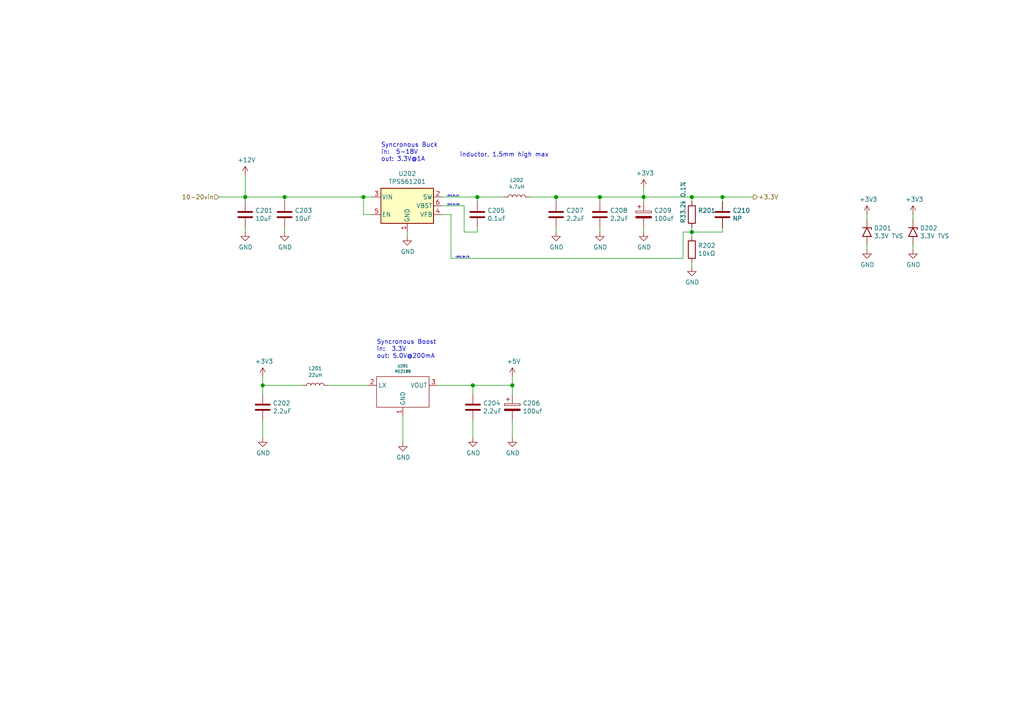
<source format=kicad_sch>
(kicad_sch (version 20210621) (generator eeschema)
  (paper "A4")
  (title_block (title "Moxie-Drive 24, vesc compatable motor controller") (date "2020-07-01") (rev "1.0") (company "Marshall Scholz"))
  (lib_symbols
    (symbol "24_control_board-rescue:C-Device-MoxiE_Control_board-rescue" (pin_numbers hide) (pin_names (offset 0.254))
      (property "Reference" "C" (at 0.635 2.54 0))
      (property "Value" "C-Device-MoxiE_Control_board-rescue" (at 0.635 -2.54 0))
      (symbol "C-Device-MoxiE_Control_board-rescue_0_1"
        (polyline (pts (xy -2.032 -0.762) (xy 2.032 -0.762)) (stroke (width 0.508)))
        (polyline (pts (xy -2.032 0.762) (xy 2.032 0.762)) (stroke (width 0.508)))
      )
      (symbol "C-Device-MoxiE_Control_board-rescue_1_1"
        (pin passive line (at 0 3.81 270) (length 2.794) (name "~") (number "1"))
        (pin passive line (at 0 -3.81 90) (length 2.794) (name "~") (number "2"))
      )
    )
    (symbol "24_control_board-rescue:CP-Device-MoxiE_Control_board-rescue" (pin_numbers hide) (pin_names (offset 0.254))
      (property "Reference" "C" (at 0.635 2.54 0))
      (property "Value" "CP-Device-MoxiE_Control_board-rescue" (at 0.635 -2.54 0))
      (symbol "CP-Device-MoxiE_Control_board-rescue_0_1"
        (rectangle (start -2.286 0.508) (end -2.286 1.016))
        (rectangle (start -2.286 0.508) (end 2.286 0.508))
        (rectangle (start 2.286 1.016) (end -2.286 1.016))
        (rectangle (start 2.286 1.016) (end 2.286 0.508))
        (rectangle (start 2.286 -0.508) (end -2.286 -1.016) (fill (type outline)))
        (polyline (pts (xy -1.778 2.286) (xy -0.762 2.286)))
        (polyline (pts (xy -1.27 2.794) (xy -1.27 1.778)))
      )
      (symbol "CP-Device-MoxiE_Control_board-rescue_1_1"
        (pin passive line (at 0 3.81 270) (length 2.794) (name "~") (number "1"))
        (pin passive line (at 0 -3.81 90) (length 2.794) (name "~") (number "2"))
      )
    )
    (symbol "24_control_board-rescue:GND-power-MoxiE_Control_board-rescue" (power) (pin_names (offset 0))
      (property "Value" "GND-power-MoxiE_Control_board-rescue" (at 0 -3.81 0))
      (symbol "GND-power-MoxiE_Control_board-rescue_0_1"
        (polyline (pts (xy 0 0) (xy 0 -1.27) (xy 1.27 -1.27) (xy 0 -2.54) (xy -1.27 -1.27) (xy 0 -1.27)))
      )
      (symbol "GND-power-MoxiE_Control_board-rescue_1_1"
        (pin power_in line (at 0 0 270) (length 0) hide (name "GND") (number "1"))
      )
    )
    (symbol "24_control_board-rescue:R-Device-MoxiE_Control_board-rescue" (pin_numbers hide) (pin_names (offset 0))
      (property "Reference" "R" (at 2.032 0 90))
      (property "Value" "R-Device-MoxiE_Control_board-rescue" (at 0 0 90))
      (symbol "R-Device-MoxiE_Control_board-rescue_0_1"
        (rectangle (start -1.016 -2.54) (end 1.016 2.54) (stroke (width 0.254)))
      )
      (symbol "R-Device-MoxiE_Control_board-rescue_1_1"
        (pin passive line (at 0 3.81 270) (length 1.27) (name "~") (number "1"))
        (pin passive line (at 0 -3.81 90) (length 1.27) (name "~") (number "2"))
      )
    )
    (symbol "24_control_board-rescue:TPS563200-Regulator_Switching-MoxiE_Control_board-rescue" (pin_names (offset 0.254))
      (property "Reference" "U" (at -7.62 6.35 0))
      (property "Value" "TPS563200-Regulator_Switching-MoxiE_Control_board-rescue" (at -2.54 6.35 0))
      (symbol "TPS563200-Regulator_Switching-MoxiE_Control_board-rescue_0_1"
        (rectangle (start -7.62 5.08) (end 7.62 -5.08) (stroke (width 0.254)) (fill (type background)))
      )
      (symbol "TPS563200-Regulator_Switching-MoxiE_Control_board-rescue_1_1"
        (pin power_in line (at 0 -7.62 90) (length 2.54) (name "GND") (number "1"))
        (pin output line (at 10.16 2.54 180) (length 2.54) (name "SW") (number "2"))
        (pin power_in line (at -10.16 2.54 0) (length 2.54) (name "VIN") (number "3"))
        (pin input line (at 10.16 -2.54 180) (length 2.54) (name "VFB") (number "4"))
        (pin input line (at -10.16 -2.54 0) (length 2.54) (name "EN") (number "5"))
        (pin input line (at 10.16 0 180) (length 2.54) (name "VBST") (number "6"))
      )
    )
    (symbol "Device:L" (pin_numbers hide) (pin_names hide)
      (property "Reference" "L" (at -1.27 0 90))
      (property "Value" "L" (at 1.905 0 90))
      (symbol "L_0_1"
        (arc (start 0 -2.54) (end 0 -1.27) (radius (at 0 -1.905) (length 0.635) (angles -89.9 89.9)))
        (arc (start 0 -1.27) (end 0 0) (radius (at 0 -0.635) (length 0.635) (angles -89.9 89.9)))
        (arc (start 0 0) (end 0 1.27) (radius (at 0 0.635) (length 0.635) (angles -89.9 89.9)))
        (arc (start 0 1.27) (end 0 2.54) (radius (at 0 1.905) (length 0.635) (angles -89.9 89.9)))
      )
      (symbol "L_1_1"
        (pin passive line (at 0 3.81 270) (length 1.27) (name "1") (number "1"))
        (pin passive line (at 0 -3.81 90) (length 1.27) (name "2") (number "2"))
      )
    )
    (symbol "Diode:1.5KExxA" (pin_numbers hide) (pin_names hide)
      (property "Reference" "D" (at 0 2.54 0))
      (property "Value" "1.5KExxA" (at 0 -2.54 0))
      (symbol "1.5KExxA_0_1"
        (polyline (pts (xy -0.762 1.27) (xy -1.27 1.27) (xy -1.27 -1.27)) (stroke (width 0.254)))
        (polyline (pts (xy 1.27 1.27) (xy 1.27 -1.27) (xy -1.27 0) (xy 1.27 1.27)) (stroke (width 0.254)))
      )
      (symbol "1.5KExxA_1_1"
        (pin passive line (at -3.81 0 0) (length 2.54) (name "A1") (number "1"))
        (pin passive line (at 3.81 0 180) (length 2.54) (name "A2") (number "2"))
      )
    )
    (symbol "MoxiE_drive_symbol_lib:ME2188"
      (property "Reference" "U" (at -1.27 7.62 0))
      (property "Value" "ME2188" (at 0 6.35 0))
      (symbol "ME2188_0_1"
        (rectangle (start 7.62 -3.81) (end -7.62 5.08))
      )
      (symbol "ME2188_1_1"
        (pin power_in line (at 0 -6.35 90) (length 2.54) (name "GND") (number "1"))
        (pin power_in line (at -10.16 2.54 0) (length 2.54) (name "LX") (number "2"))
        (pin power_out line (at 10.16 2.54 180) (length 2.54) (name "VOUT") (number "3"))
      )
    )
    (symbol "power:+12V" (power) (pin_names (offset 0))
      (property "Value" "+12V" (at 0 3.556 0))
      (symbol "+12V_0_1"
        (polyline (pts (xy -0.762 1.27) (xy 0 2.54)))
        (polyline (pts (xy 0 0) (xy 0 2.54)))
        (polyline (pts (xy 0 2.54) (xy 0.762 1.27)))
      )
      (symbol "+12V_1_1"
        (pin power_in line (at 0 0 90) (length 0) hide (name "+12V") (number "1"))
      )
    )
    (symbol "power:+3.3V" (power) (pin_names (offset 0))
      (property "Value" "+3.3V" (at 0 3.556 0))
      (symbol "+3.3V_0_1"
        (polyline (pts (xy -0.762 1.27) (xy 0 2.54)))
        (polyline (pts (xy 0 0) (xy 0 2.54)))
        (polyline (pts (xy 0 2.54) (xy 0.762 1.27)))
      )
      (symbol "+3.3V_1_1"
        (pin power_in line (at 0 0 90) (length 0) hide (name "+3V3") (number "1"))
      )
    )
    (symbol "power:+3V3" (power) (pin_names (offset 0))
      (property "Value" "+3V3" (at 0 3.556 0))
      (symbol "+3V3_0_1"
        (polyline (pts (xy -0.762 1.27) (xy 0 2.54)))
        (polyline (pts (xy 0 0) (xy 0 2.54)))
        (polyline (pts (xy 0 2.54) (xy 0.762 1.27)))
      )
      (symbol "+3V3_1_1"
        (pin power_in line (at 0 0 90) (length 0) hide (name "+3V3") (number "1"))
      )
    )
    (symbol "power:+5V" (power) (pin_names (offset 0))
      (property "Value" "+5V" (at 0 3.556 0))
      (symbol "+5V_0_1"
        (polyline (pts (xy -0.762 1.27) (xy 0 2.54)))
        (polyline (pts (xy 0 0) (xy 0 2.54)))
        (polyline (pts (xy 0 2.54) (xy 0.762 1.27)))
      )
      (symbol "+5V_1_1"
        (pin power_in line (at 0 0 90) (length 0) hide (name "+5V") (number "1"))
      )
    )
    (symbol "power:GND" (power) (pin_names (offset 0))
      (property "Value" "GND" (at 0 -3.81 0))
      (symbol "GND_0_1"
        (polyline (pts (xy 0 0) (xy 0 -1.27) (xy 1.27 -1.27) (xy 0 -2.54) (xy -1.27 -1.27) (xy 0 -1.27)))
      )
      (symbol "GND_1_1"
        (pin power_in line (at 0 0 270) (length 0) hide (name "GND") (number "1"))
      )
    )
  )
  (junction (at 71.12 57.15) (diameter 1.016))
  (junction (at 76.2 111.76) (diameter 1.016))
  (junction (at 82.55 57.15) (diameter 1.016))
  (junction (at 105.41 57.15) (diameter 1.016))
  (junction (at 137.16 111.76) (diameter 1.016))
  (junction (at 138.43 57.15) (diameter 1.016))
  (junction (at 148.59 111.76) (diameter 1.016))
  (junction (at 161.29 57.15) (diameter 1.016))
  (junction (at 173.99 57.15) (diameter 1.016))
  (junction (at 186.69 57.15) (diameter 1.016))
  (junction (at 200.66 57.15) (diameter 1.016))
  (junction (at 200.66 67.31) (diameter 1.016))
  (junction (at 209.55 57.15) (diameter 1.016))
  (wire (pts (xy 63.5 57.15) (xy 71.12 57.15)))
  (wire (pts (xy 71.12 57.15) (xy 71.12 50.8)))
  (wire (pts (xy 71.12 57.15) (xy 71.12 58.42)))
  (wire (pts (xy 71.12 57.15) (xy 82.55 57.15)))
  (wire (pts (xy 71.12 67.31) (xy 71.12 66.04)))
  (wire (pts (xy 76.2 109.22) (xy 76.2 111.76)))
  (wire (pts (xy 76.2 111.76) (xy 76.2 114.3)))
  (wire (pts (xy 76.2 111.76) (xy 87.63 111.76)))
  (wire (pts (xy 76.2 121.92) (xy 76.2 127)))
  (wire (pts (xy 82.55 57.15) (xy 105.41 57.15)))
  (wire (pts (xy 82.55 58.42) (xy 82.55 57.15)))
  (wire (pts (xy 82.55 67.31) (xy 82.55 66.04)))
  (wire (pts (xy 95.25 111.76) (xy 106.68 111.76)))
  (wire (pts (xy 105.41 57.15) (xy 107.95 57.15)))
  (wire (pts (xy 105.41 62.23) (xy 105.41 57.15)))
  (wire (pts (xy 105.41 62.23) (xy 107.95 62.23)))
  (wire (pts (xy 116.84 128.27) (xy 116.84 120.65)))
  (wire (pts (xy 118.11 67.31) (xy 118.11 68.58)))
  (wire (pts (xy 127 111.76) (xy 137.16 111.76)))
  (wire (pts (xy 128.27 57.15) (xy 138.43 57.15)))
  (wire (pts (xy 128.27 62.23) (xy 130.81 62.23)))
  (wire (pts (xy 130.81 62.23) (xy 130.81 74.93)))
  (wire (pts (xy 130.81 74.93) (xy 198.12 74.93)))
  (wire (pts (xy 134.62 59.69) (xy 128.27 59.69)))
  (wire (pts (xy 134.62 67.31) (xy 134.62 59.69)))
  (wire (pts (xy 137.16 111.76) (xy 137.16 114.3)))
  (wire (pts (xy 137.16 121.92) (xy 137.16 127)))
  (wire (pts (xy 138.43 57.15) (xy 146.05 57.15)))
  (wire (pts (xy 138.43 58.42) (xy 138.43 57.15)))
  (wire (pts (xy 138.43 66.04) (xy 138.43 67.31)))
  (wire (pts (xy 138.43 67.31) (xy 134.62 67.31)))
  (wire (pts (xy 148.59 109.22) (xy 148.59 111.76)))
  (wire (pts (xy 148.59 111.76) (xy 137.16 111.76)))
  (wire (pts (xy 148.59 111.76) (xy 148.59 114.3)))
  (wire (pts (xy 148.59 121.92) (xy 148.59 127)))
  (wire (pts (xy 153.67 57.15) (xy 161.29 57.15)))
  (wire (pts (xy 161.29 57.15) (xy 173.99 57.15)))
  (wire (pts (xy 161.29 58.42) (xy 161.29 57.15)))
  (wire (pts (xy 161.29 67.31) (xy 161.29 66.04)))
  (wire (pts (xy 173.99 57.15) (xy 186.69 57.15)))
  (wire (pts (xy 173.99 58.42) (xy 173.99 57.15)))
  (wire (pts (xy 173.99 67.31) (xy 173.99 66.04)))
  (wire (pts (xy 186.69 57.15) (xy 186.69 54.61)))
  (wire (pts (xy 186.69 57.15) (xy 200.66 57.15)))
  (wire (pts (xy 186.69 58.42) (xy 186.69 57.15)))
  (wire (pts (xy 186.69 67.31) (xy 186.69 66.04)))
  (wire (pts (xy 198.12 67.31) (xy 198.12 74.93)))
  (wire (pts (xy 200.66 57.15) (xy 200.66 58.42)))
  (wire (pts (xy 200.66 67.31) (xy 198.12 67.31)))
  (wire (pts (xy 200.66 67.31) (xy 200.66 66.04)))
  (wire (pts (xy 200.66 68.58) (xy 200.66 67.31)))
  (wire (pts (xy 200.66 77.47) (xy 200.66 76.2)))
  (wire (pts (xy 209.55 57.15) (xy 200.66 57.15)))
  (wire (pts (xy 209.55 58.42) (xy 209.55 57.15)))
  (wire (pts (xy 209.55 66.04) (xy 209.55 67.31)))
  (wire (pts (xy 209.55 67.31) (xy 200.66 67.31)))
  (wire (pts (xy 218.44 57.15) (xy 209.55 57.15)))
  (wire (pts (xy 251.46 63.5) (xy 251.46 62.23)))
  (wire (pts (xy 251.46 71.12) (xy 251.46 72.39)))
  (wire (pts (xy 264.795 63.5) (xy 264.795 62.23)))
  (wire (pts (xy 264.795 71.12) (xy 264.795 72.39)))
  (text "Syncronous Boost\nin:  3.3V\nout: 5.0V@200mA\n" (at 109.22 104.14 0) (effects (font (size 1.27 1.27)) (justify left bottom)))
  (text "Syncronous Buck\nin:  5-18V\nout: 3.3V@1A" (at 110.49 46.99 0) (effects (font (size 1.27 1.27)) (justify left bottom)))
  (text "LOGIC_BK_SW" (at 129.54 57.15 0) (effects (font (size 0.3556 0.3556)) (justify left bottom)))
  (text "LOGIC_BK_BST" (at 129.54 59.69 0) (effects (font (size 0.3556 0.3556)) (justify left bottom)))
  (text "LOGIC_BK_FB" (at 132.08 74.93 0) (effects (font (size 0.4064 0.4064)) (justify left bottom)))
  (text "inductor, 1.5mm high max" (at 133.35 45.72 0) (effects (font (size 1.27 1.27)) (justify left bottom)))
  (hierarchical_label "10-20vin" (shape input) (at 63.5 57.15 180))
  (hierarchical_label "+3.3V" (shape output) (at 218.44 57.15 0))
  (symbol (lib_id "power:+12V") (at 71.12 50.8 0) (unit 1)
    (property "Reference" "#PWR0201" (effects hide))
    (property "Value" "+12V" (at 71.501 46.4058 0))
  )
  (symbol (lib_id "power:+3V3") (at 76.2 109.22 0) (unit 1)
    (property "Reference" "#PWR0203" (effects hide))
    (property "Value" "+3V3" (at 76.581 104.8258 0))
  )
  (symbol (lib_id "power:+5V") (at 148.59 109.22 0) (unit 1)
    (property "Reference" "#PWR0209" (effects hide))
    (property "Value" "+5V" (at 148.971 104.8258 0))
  )
  (symbol (lib_id "power:+3.3V") (at 186.69 54.61 0) (unit 1)
    (property "Reference" "#PWR0213" (effects hide))
    (property "Value" "+3.3V" (at 187.071 50.2158 0))
  )
  (symbol (lib_id "power:+3.3V") (at 251.46 62.23 0) (unit 1)
    (property "Reference" "#PWR0216" (effects hide))
    (property "Value" "+3.3V" (at 251.841 57.8358 0))
  )
  (symbol (lib_id "power:+3.3V") (at 264.795 62.23 0) (unit 1)
    (property "Reference" "#PWR01" (effects hide))
    (property "Value" "+3.3V" (at 265.176 57.8358 0))
  )
  (symbol (lib_id "24_control_board-rescue:GND-power-MoxiE_Control_board-rescue") (at 71.12 67.31 0) (unit 1)
    (property "Reference" "#PWR0202" (effects hide))
    (property "Value" "GND" (at 71.247 71.7042 0))
  )
  (symbol (lib_id "power:GND") (at 76.2 127 0) (unit 1)
    (property "Reference" "#PWR0204" (effects hide))
    (property "Value" "GND" (at 76.327 131.3942 0))
  )
  (symbol (lib_id "24_control_board-rescue:GND-power-MoxiE_Control_board-rescue") (at 82.55 67.31 0) (unit 1)
    (property "Reference" "#PWR0205" (effects hide))
    (property "Value" "GND" (at 82.677 71.7042 0))
  )
  (symbol (lib_id "power:GND") (at 116.84 128.27 0) (unit 1)
    (property "Reference" "#PWR0206" (effects hide))
    (property "Value" "GND" (at 116.967 132.6642 0))
  )
  (symbol (lib_id "24_control_board-rescue:GND-power-MoxiE_Control_board-rescue") (at 118.11 68.58 0) (unit 1)
    (property "Reference" "#PWR0207" (effects hide))
    (property "Value" "GND" (at 118.237 72.9742 0))
  )
  (symbol (lib_id "power:GND") (at 137.16 127 0) (unit 1)
    (property "Reference" "#PWR0208" (effects hide))
    (property "Value" "GND" (at 137.287 131.3942 0))
  )
  (symbol (lib_id "power:GND") (at 148.59 127 0) (unit 1)
    (property "Reference" "#PWR0210" (effects hide))
    (property "Value" "GND" (at 148.717 131.3942 0))
  )
  (symbol (lib_id "24_control_board-rescue:GND-power-MoxiE_Control_board-rescue") (at 161.29 67.31 0) (unit 1)
    (property "Reference" "#PWR0211" (effects hide))
    (property "Value" "GND" (at 161.417 71.7042 0))
  )
  (symbol (lib_id "24_control_board-rescue:GND-power-MoxiE_Control_board-rescue") (at 173.99 67.31 0) (unit 1)
    (property "Reference" "#PWR0212" (effects hide))
    (property "Value" "GND" (at 174.117 71.7042 0))
  )
  (symbol (lib_id "24_control_board-rescue:GND-power-MoxiE_Control_board-rescue") (at 186.69 67.31 0) (unit 1)
    (property "Reference" "#PWR0214" (effects hide))
    (property "Value" "GND" (at 186.817 71.7042 0))
  )
  (symbol (lib_id "24_control_board-rescue:GND-power-MoxiE_Control_board-rescue") (at 200.66 77.47 0) (unit 1)
    (property "Reference" "#PWR0215" (effects hide))
    (property "Value" "GND" (at 200.787 81.8642 0))
  )
  (symbol (lib_id "24_control_board-rescue:GND-power-MoxiE_Control_board-rescue") (at 251.46 72.39 0) (unit 1)
    (property "Reference" "#PWR0217" (effects hide))
    (property "Value" "GND" (at 251.587 76.7842 0))
  )
  (symbol (lib_id "24_control_board-rescue:GND-power-MoxiE_Control_board-rescue") (at 264.795 72.39 0) (unit 1)
    (property "Reference" "#PWR02" (effects hide))
    (property "Value" "GND" (at 264.922 76.7842 0))
  )
  (symbol (lib_id "Device:L") (at 91.44 111.76 270) (mirror x) (unit 1)
    (property "Reference" "L201" (at 91.44 106.8578 90) (effects (font (size 1.016 1.016))))
    (property "Value" "22uH" (at 91.44 108.7882 90) (effects (font (size 1.016 1.016))))
    (property "Footprint" "Inductor_SMD:L_Taiyo-Yuden_NR-40xx" (effects hide))
    (property "Part#" "NRS4018T4R7MDGJ" (effects hide))
  )
  (symbol (lib_id "Device:L") (at 149.86 57.15 270) (mirror x) (unit 1)
    (property "Reference" "L202" (at 149.86 52.2478 90) (effects (font (size 1.016 1.016))))
    (property "Value" "4.7uH" (at 149.86 54.1782 90) (effects (font (size 1.016 1.016))))
    (property "Footprint" "Inductor_SMD:L_Taiyo-Yuden_NR-40xx" (effects hide))
    (property "Part#" "NRS4018T4R7MDGJ" (effects hide))
  )
  (symbol (lib_id "24_control_board-rescue:R-Device-MoxiE_Control_board-rescue") (at 200.66 62.23 0) (unit 1)
    (property "Reference" "R201" (at 202.438 61.0616 0) (effects (justify left)))
    (property "Value" "R33.2k 0.1%" (at 198.12 64.77 90) (effects (justify left)))
    (property "Footprint" "pkl_dipol:R_0402" (effects hide))
  )
  (symbol (lib_id "24_control_board-rescue:R-Device-MoxiE_Control_board-rescue") (at 200.66 72.39 0) (unit 1)
    (property "Reference" "R202" (at 202.438 71.2216 0) (effects (justify left)))
    (property "Value" "10kΩ" (at 202.438 73.533 0) (effects (justify left)))
    (property "Footprint" "pkl_dipol:R_0402" (effects hide))
  )
  (symbol (lib_id "Diode:1.5KExxA") (at 251.46 67.31 270) (unit 1)
    (property "Reference" "D201" (at 253.4666 66.1416 90) (effects (justify left)))
    (property "Value" "3.3V TVS" (at 253.4666 68.453 90) (effects (justify left)))
    (property "Footprint" "Diode_SMD:D_SOD-323" (effects hide))
    (property "Datasheet" "https://www.vishay.com/docs/88301/15ke.pdf" (effects hide))
  )
  (symbol (lib_id "Diode:1.5KExxA") (at 264.795 67.31 270) (unit 1)
    (property "Reference" "D202" (at 266.8016 66.1416 90) (effects (justify left)))
    (property "Value" "3.3V TVS" (at 266.8016 68.453 90) (effects (justify left)))
    (property "Footprint" "Diode_SMD:D_SOD-323" (effects hide))
    (property "Datasheet" "https://www.vishay.com/docs/88301/15ke.pdf" (effects hide))
  )
  (symbol (lib_id "24_control_board-rescue:C-Device-MoxiE_Control_board-rescue") (at 71.12 62.23 0) (unit 1)
    (property "Reference" "C201" (at 74.041 61.0616 0) (effects (justify left)))
    (property "Value" "10uF" (at 74.041 63.373 0) (effects (justify left)))
    (property "Footprint" "pkl_dipol:C_0603" (effects hide))
  )
  (symbol (lib_id "24_control_board-rescue:C-Device-MoxiE_Control_board-rescue") (at 76.2 118.11 0) (unit 1)
    (property "Reference" "C202" (at 79.121 116.9416 0) (effects (justify left)))
    (property "Value" "2.2uF" (at 79.121 119.253 0) (effects (justify left)))
    (property "Footprint" "pkl_dipol:C_0402" (effects hide))
  )
  (symbol (lib_id "24_control_board-rescue:C-Device-MoxiE_Control_board-rescue") (at 82.55 62.23 0) (unit 1)
    (property "Reference" "C203" (at 85.471 61.0616 0) (effects (justify left)))
    (property "Value" "10uF" (at 85.471 63.373 0) (effects (justify left)))
    (property "Footprint" "pkl_dipol:C_0603" (effects hide))
  )
  (symbol (lib_id "24_control_board-rescue:C-Device-MoxiE_Control_board-rescue") (at 137.16 118.11 0) (unit 1)
    (property "Reference" "C204" (at 140.081 116.9416 0) (effects (justify left)))
    (property "Value" "2.2uF" (at 140.081 119.253 0) (effects (justify left)))
    (property "Footprint" "pkl_dipol:C_0402" (effects hide))
  )
  (symbol (lib_id "24_control_board-rescue:C-Device-MoxiE_Control_board-rescue") (at 138.43 62.23 0) (unit 1)
    (property "Reference" "C205" (at 141.351 61.0616 0) (effects (justify left)))
    (property "Value" "0.1uF" (at 141.351 63.373 0) (effects (justify left)))
    (property "Footprint" "pkl_dipol:C_0402" (effects hide))
  )
  (symbol (lib_id "24_control_board-rescue:CP-Device-MoxiE_Control_board-rescue") (at 148.59 118.11 0) (unit 1)
    (property "Reference" "C206" (at 151.5872 116.9416 0) (effects (justify left)))
    (property "Value" "100uf" (at 151.5872 119.253 0) (effects (justify left)))
    (property "Footprint" "Capacitor_Tantalum_SMD:CP_EIA-3528-15_AVX-H" (effects hide))
    (property "Part#" "TPSB107K006R0250 " (effects hide))
  )
  (symbol (lib_id "24_control_board-rescue:C-Device-MoxiE_Control_board-rescue") (at 161.29 62.23 0) (unit 1)
    (property "Reference" "C207" (at 164.211 61.0616 0) (effects (justify left)))
    (property "Value" "2.2uF" (at 164.211 63.373 0) (effects (justify left)))
    (property "Footprint" "pkl_dipol:C_0402" (effects hide))
  )
  (symbol (lib_id "24_control_board-rescue:C-Device-MoxiE_Control_board-rescue") (at 173.99 62.23 0) (unit 1)
    (property "Reference" "C208" (at 176.911 61.0616 0) (effects (justify left)))
    (property "Value" "2.2uF" (at 176.911 63.373 0) (effects (justify left)))
    (property "Footprint" "pkl_dipol:C_0402" (effects hide))
  )
  (symbol (lib_id "24_control_board-rescue:CP-Device-MoxiE_Control_board-rescue") (at 186.69 62.23 0) (unit 1)
    (property "Reference" "C209" (at 189.6872 61.0616 0) (effects (justify left)))
    (property "Value" "100uf" (at 189.6872 63.373 0) (effects (justify left)))
    (property "Footprint" "Capacitor_Tantalum_SMD:CP_EIA-3528-15_AVX-H" (effects hide))
    (property "Part#" "TPSB107K006R0250 " (effects hide))
  )
  (symbol (lib_id "24_control_board-rescue:C-Device-MoxiE_Control_board-rescue") (at 209.55 62.23 0) (unit 1)
    (property "Reference" "C210" (at 212.471 61.0616 0) (effects (justify left)))
    (property "Value" "NP" (at 212.471 63.373 0) (effects (justify left)))
    (property "Footprint" "pkl_dipol:C_0402" (effects hide))
  )
  (symbol (lib_id "MoxiE_drive_symbol_lib:ME2188") (at 116.84 114.3 0) (unit 1)
    (property "Reference" "U201" (at 116.84 106.1466 0) (effects (font (size 0.7874 0.7874))))
    (property "Value" "ME2188" (at 116.84 107.7214 0) (effects (font (size 0.7874 0.7874))))
    (property "Footprint" "Package_TO_SOT_SMD:SOT-23" (effects hide))
  )
  (symbol (lib_id "24_control_board-rescue:TPS563200-Regulator_Switching-MoxiE_Control_board-rescue") (at 118.11 59.69 0) (unit 1)
    (property "Reference" "U202" (at 118.11 50.3682 0))
    (property "Value" "TPS561201" (at 118.11 52.6796 0))
    (property "Footprint" "Package_TO_SOT_SMD:SOT-23-6" (effects hide))
    (property "Datasheet" "http://www.ti.com/lit/ds/symlink/tps563200.pdf" (effects hide))
  )
)
</source>
